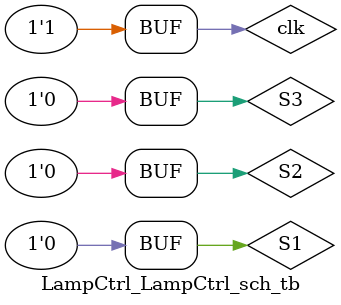
<source format=v>
`timescale 1ns / 1ps
module LampCtrl_LampCtrl_sch_tb();
// Inputs
    reg clk;
   reg S1;
   reg S2;
   reg S3;

// Output
   wire F;

// Bidirs

// Instantiate the UUT
   LampCtrl_HDL UUT (
    .clk(clk),
		.S1(S1), 
		.S2(S2), 
		.S3(S3), 
		.F(F)
        );
initial begin
		// Initialize Inputs
		clk = 0;
		S1 = 0;S2 = 0;S3 = 0;

		#600 S1 = 1;	
		#20 S1 = 0;
		#6000 S2 = 1;
		#20 S2 = 0;
		#6000 S3 = 1;
		#20 S3 = 0;
	end
	
	always begin
		#10 clk = 0;
		#10 clk = 1;
	end	
endmodule


</source>
